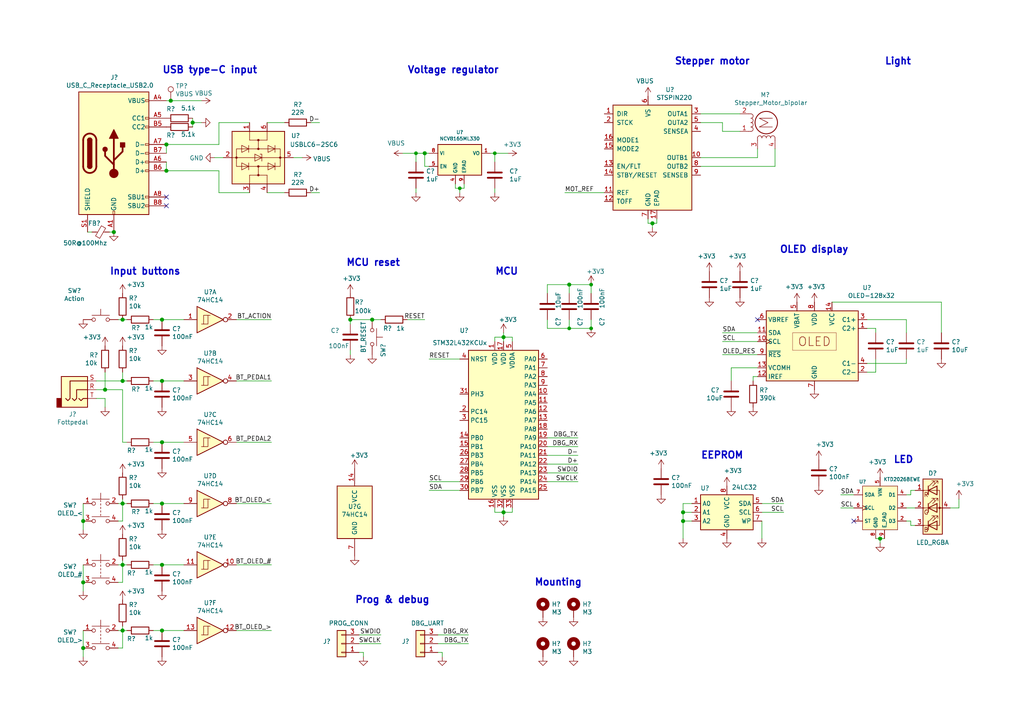
<source format=kicad_sch>
(kicad_sch (version 20201015) (generator eeschema)
  (paper "A4")
  (junction (at 24.13 151.13) (diameter 1.016))
  (junction (at 24.13 168.91) (diameter 1.016))
  (junction (at 24.13 187.96) (diameter 1.016))
  (junction (at 30.48 113.03) (diameter 1.016))
  (junction (at 33.02 67.31) (diameter 1.016))
  (junction (at 35.56 92.71) (diameter 1.016))
  (junction (at 35.56 110.49) (diameter 1.016))
  (junction (at 35.56 146.05) (diameter 1.016))
  (junction (at 35.56 163.83) (diameter 1.016))
  (junction (at 35.56 182.88) (diameter 1.016))
  (junction (at 46.99 92.71) (diameter 1.016))
  (junction (at 46.99 110.49) (diameter 1.016))
  (junction (at 46.99 128.27) (diameter 1.016))
  (junction (at 46.99 146.05) (diameter 1.016))
  (junction (at 46.99 163.83) (diameter 1.016))
  (junction (at 46.99 182.88) (diameter 1.016))
  (junction (at 48.26 41.91) (diameter 1.016))
  (junction (at 48.26 49.53) (diameter 1.016))
  (junction (at 49.53 29.21) (diameter 1.016))
  (junction (at 55.88 35.56) (diameter 1.016))
  (junction (at 101.6 92.71) (diameter 1.016))
  (junction (at 107.95 92.71) (diameter 1.016))
  (junction (at 120.65 44.45) (diameter 0.9144))
  (junction (at 123.19 44.45) (diameter 1.016))
  (junction (at 133.35 54.61) (diameter 0.9144))
  (junction (at 143.51 44.45) (diameter 0.9144))
  (junction (at 146.05 97.79) (diameter 1.016))
  (junction (at 146.05 148.59) (diameter 1.016))
  (junction (at 165.1 82.55) (diameter 1.016))
  (junction (at 165.1 95.25) (diameter 0.9144))
  (junction (at 171.45 82.55) (diameter 0.9144))
  (junction (at 171.45 95.25) (diameter 0.9144))
  (junction (at 189.23 64.77) (diameter 1.016))
  (junction (at 198.12 148.59) (diameter 1.016))
  (junction (at 198.12 151.13) (diameter 1.016))
  (junction (at 255.27 156.21) (diameter 1.016))
  (no_connect (at 48.26 57.15))
  (no_connect (at 48.26 59.69))
  (no_connect (at 219.71 92.71))
  (no_connect (at 247.65 151.13))
  (wire (pts (xy 24.13 146.05) (xy 24.13 151.13)))
  (wire (pts (xy 24.13 151.13) (xy 24.13 153.67)))
  (wire (pts (xy 24.13 163.83) (xy 24.13 168.91)))
  (wire (pts (xy 24.13 168.91) (xy 24.13 171.45)))
  (wire (pts (xy 24.13 182.88) (xy 24.13 187.96)))
  (wire (pts (xy 24.13 187.96) (xy 24.13 190.5)))
  (wire (pts (xy 25.4 67.31) (xy 26.67 67.31)))
  (wire (pts (xy 27.94 110.49) (xy 35.56 110.49)))
  (wire (pts (xy 27.94 113.03) (xy 30.48 113.03)))
  (wire (pts (xy 27.94 115.57) (xy 30.48 115.57)))
  (wire (pts (xy 30.48 107.95) (xy 30.48 113.03)))
  (wire (pts (xy 30.48 113.03) (xy 35.56 113.03)))
  (wire (pts (xy 30.48 115.57) (xy 30.48 118.11)))
  (wire (pts (xy 31.75 67.31) (xy 33.02 67.31)))
  (wire (pts (xy 34.29 92.71) (xy 35.56 92.71)))
  (wire (pts (xy 34.29 146.05) (xy 35.56 146.05)))
  (wire (pts (xy 34.29 151.13) (xy 35.56 151.13)))
  (wire (pts (xy 34.29 163.83) (xy 35.56 163.83)))
  (wire (pts (xy 34.29 168.91) (xy 35.56 168.91)))
  (wire (pts (xy 34.29 182.88) (xy 35.56 182.88)))
  (wire (pts (xy 34.29 187.96) (xy 35.56 187.96)))
  (wire (pts (xy 35.56 92.71) (xy 36.83 92.71)))
  (wire (pts (xy 35.56 107.95) (xy 35.56 110.49)))
  (wire (pts (xy 35.56 110.49) (xy 36.83 110.49)))
  (wire (pts (xy 35.56 113.03) (xy 35.56 128.27)))
  (wire (pts (xy 35.56 128.27) (xy 36.83 128.27)))
  (wire (pts (xy 35.56 144.78) (xy 35.56 146.05)))
  (wire (pts (xy 35.56 146.05) (xy 35.56 151.13)))
  (wire (pts (xy 35.56 146.05) (xy 36.83 146.05)))
  (wire (pts (xy 35.56 162.56) (xy 35.56 163.83)))
  (wire (pts (xy 35.56 163.83) (xy 36.83 163.83)))
  (wire (pts (xy 35.56 168.91) (xy 35.56 163.83)))
  (wire (pts (xy 35.56 181.61) (xy 35.56 182.88)))
  (wire (pts (xy 35.56 182.88) (xy 35.56 187.96)))
  (wire (pts (xy 35.56 182.88) (xy 36.83 182.88)))
  (wire (pts (xy 44.45 92.71) (xy 46.99 92.71)))
  (wire (pts (xy 44.45 110.49) (xy 46.99 110.49)))
  (wire (pts (xy 44.45 128.27) (xy 46.99 128.27)))
  (wire (pts (xy 44.45 146.05) (xy 46.99 146.05)))
  (wire (pts (xy 44.45 163.83) (xy 46.99 163.83)))
  (wire (pts (xy 44.45 182.88) (xy 46.99 182.88)))
  (wire (pts (xy 46.99 92.71) (xy 53.34 92.71)))
  (wire (pts (xy 46.99 110.49) (xy 53.34 110.49)))
  (wire (pts (xy 46.99 128.27) (xy 53.34 128.27)))
  (wire (pts (xy 46.99 146.05) (xy 53.34 146.05)))
  (wire (pts (xy 46.99 163.83) (xy 53.34 163.83)))
  (wire (pts (xy 46.99 182.88) (xy 53.34 182.88)))
  (wire (pts (xy 48.26 29.21) (xy 49.53 29.21)))
  (wire (pts (xy 48.26 41.91) (xy 48.26 44.45)))
  (wire (pts (xy 48.26 41.91) (xy 63.5 41.91)))
  (wire (pts (xy 48.26 46.99) (xy 48.26 49.53)))
  (wire (pts (xy 48.26 49.53) (xy 63.5 49.53)))
  (wire (pts (xy 49.53 29.21) (xy 58.42 29.21)))
  (wire (pts (xy 55.88 34.29) (xy 55.88 35.56)))
  (wire (pts (xy 55.88 35.56) (xy 55.88 36.83)))
  (wire (pts (xy 55.88 35.56) (xy 58.42 35.56)))
  (wire (pts (xy 62.23 45.72) (xy 64.77 45.72)))
  (wire (pts (xy 63.5 35.56) (xy 63.5 41.91)))
  (wire (pts (xy 63.5 49.53) (xy 63.5 55.88)))
  (wire (pts (xy 63.5 55.88) (xy 72.39 55.88)))
  (wire (pts (xy 68.58 92.71) (xy 78.74 92.71)))
  (wire (pts (xy 68.58 110.49) (xy 78.74 110.49)))
  (wire (pts (xy 68.58 128.27) (xy 78.74 128.27)))
  (wire (pts (xy 68.58 146.05) (xy 78.74 146.05)))
  (wire (pts (xy 68.58 163.83) (xy 78.74 163.83)))
  (wire (pts (xy 68.58 182.88) (xy 78.74 182.88)))
  (wire (pts (xy 72.39 35.56) (xy 63.5 35.56)))
  (wire (pts (xy 77.47 35.56) (xy 82.55 35.56)))
  (wire (pts (xy 77.47 55.88) (xy 82.55 55.88)))
  (wire (pts (xy 85.09 45.72) (xy 87.63 45.72)))
  (wire (pts (xy 90.17 35.56) (xy 92.71 35.56)))
  (wire (pts (xy 90.17 55.88) (xy 92.71 55.88)))
  (wire (pts (xy 101.6 92.71) (xy 101.6 93.98)))
  (wire (pts (xy 101.6 92.71) (xy 107.95 92.71)))
  (wire (pts (xy 101.6 101.6) (xy 101.6 102.87)))
  (wire (pts (xy 104.14 184.15) (xy 110.49 184.15)))
  (wire (pts (xy 104.14 186.69) (xy 110.49 186.69)))
  (wire (pts (xy 104.14 189.23) (xy 105.41 189.23)))
  (wire (pts (xy 105.41 189.23) (xy 105.41 190.5)))
  (wire (pts (xy 107.95 92.71) (xy 110.49 92.71)))
  (wire (pts (xy 116.84 44.45) (xy 120.65 44.45)))
  (wire (pts (xy 118.11 92.71) (xy 123.19 92.71)))
  (wire (pts (xy 120.65 44.45) (xy 120.65 46.99)))
  (wire (pts (xy 120.65 44.45) (xy 123.19 44.45)))
  (wire (pts (xy 120.65 54.61) (xy 120.65 55.88)))
  (wire (pts (xy 123.19 44.45) (xy 123.19 48.26)))
  (wire (pts (xy 123.19 44.45) (xy 124.46 44.45)))
  (wire (pts (xy 124.46 48.26) (xy 123.19 48.26)))
  (wire (pts (xy 124.46 104.14) (xy 133.35 104.14)))
  (wire (pts (xy 124.46 139.7) (xy 133.35 139.7)))
  (wire (pts (xy 124.46 142.24) (xy 133.35 142.24)))
  (wire (pts (xy 127 184.15) (xy 135.89 184.15)))
  (wire (pts (xy 127 186.69) (xy 135.89 186.69)))
  (wire (pts (xy 127 189.23) (xy 128.27 189.23)))
  (wire (pts (xy 128.27 189.23) (xy 128.27 190.5)))
  (wire (pts (xy 132.08 53.34) (xy 132.08 54.61)))
  (wire (pts (xy 132.08 54.61) (xy 133.35 54.61)))
  (wire (pts (xy 133.35 54.61) (xy 133.35 55.88)))
  (wire (pts (xy 133.35 54.61) (xy 134.62 54.61)))
  (wire (pts (xy 134.62 54.61) (xy 134.62 53.34)))
  (wire (pts (xy 142.24 44.45) (xy 143.51 44.45)))
  (wire (pts (xy 143.51 44.45) (xy 143.51 46.99)))
  (wire (pts (xy 143.51 44.45) (xy 147.32 44.45)))
  (wire (pts (xy 143.51 54.61) (xy 143.51 55.88)))
  (wire (pts (xy 143.51 97.79) (xy 146.05 97.79)))
  (wire (pts (xy 143.51 99.06) (xy 143.51 97.79)))
  (wire (pts (xy 143.51 147.32) (xy 143.51 148.59)))
  (wire (pts (xy 143.51 148.59) (xy 146.05 148.59)))
  (wire (pts (xy 146.05 96.52) (xy 146.05 97.79)))
  (wire (pts (xy 146.05 97.79) (xy 146.05 99.06)))
  (wire (pts (xy 146.05 97.79) (xy 148.59 97.79)))
  (wire (pts (xy 146.05 147.32) (xy 146.05 148.59)))
  (wire (pts (xy 146.05 148.59) (xy 146.05 149.86)))
  (wire (pts (xy 148.59 97.79) (xy 148.59 99.06)))
  (wire (pts (xy 148.59 147.32) (xy 148.59 148.59)))
  (wire (pts (xy 148.59 148.59) (xy 146.05 148.59)))
  (wire (pts (xy 158.75 82.55) (xy 158.75 85.09)))
  (wire (pts (xy 158.75 92.71) (xy 158.75 95.25)))
  (wire (pts (xy 158.75 127) (xy 167.64 127)))
  (wire (pts (xy 158.75 129.54) (xy 167.64 129.54)))
  (wire (pts (xy 158.75 132.08) (xy 167.64 132.08)))
  (wire (pts (xy 158.75 134.62) (xy 167.64 134.62)))
  (wire (pts (xy 158.75 137.16) (xy 167.64 137.16)))
  (wire (pts (xy 158.75 139.7) (xy 167.64 139.7)))
  (wire (pts (xy 163.83 55.88) (xy 175.26 55.88)))
  (wire (pts (xy 165.1 82.55) (xy 158.75 82.55)))
  (wire (pts (xy 165.1 82.55) (xy 165.1 85.09)))
  (wire (pts (xy 165.1 82.55) (xy 171.45 82.55)))
  (wire (pts (xy 165.1 92.71) (xy 165.1 95.25)))
  (wire (pts (xy 165.1 95.25) (xy 158.75 95.25)))
  (wire (pts (xy 165.1 95.25) (xy 171.45 95.25)))
  (wire (pts (xy 171.45 82.55) (xy 171.45 85.09)))
  (wire (pts (xy 171.45 92.71) (xy 171.45 95.25)))
  (wire (pts (xy 187.96 63.5) (xy 187.96 64.77)))
  (wire (pts (xy 187.96 64.77) (xy 189.23 64.77)))
  (wire (pts (xy 189.23 64.77) (xy 189.23 66.04)))
  (wire (pts (xy 190.5 63.5) (xy 190.5 64.77)))
  (wire (pts (xy 190.5 64.77) (xy 189.23 64.77)))
  (wire (pts (xy 198.12 146.05) (xy 198.12 148.59)))
  (wire (pts (xy 198.12 148.59) (xy 198.12 151.13)))
  (wire (pts (xy 198.12 148.59) (xy 200.66 148.59)))
  (wire (pts (xy 198.12 151.13) (xy 198.12 156.21)))
  (wire (pts (xy 198.12 151.13) (xy 200.66 151.13)))
  (wire (pts (xy 200.66 146.05) (xy 198.12 146.05)))
  (wire (pts (xy 203.2 33.02) (xy 214.63 33.02)))
  (wire (pts (xy 203.2 35.56) (xy 209.55 35.56)))
  (wire (pts (xy 203.2 45.72) (xy 219.71 45.72)))
  (wire (pts (xy 203.2 48.26) (xy 224.79 48.26)))
  (wire (pts (xy 209.55 35.56) (xy 209.55 38.1)))
  (wire (pts (xy 209.55 38.1) (xy 214.63 38.1)))
  (wire (pts (xy 209.55 96.52) (xy 219.71 96.52)))
  (wire (pts (xy 209.55 99.06) (xy 219.71 99.06)))
  (wire (pts (xy 209.55 102.87) (xy 219.71 102.87)))
  (wire (pts (xy 212.09 106.68) (xy 212.09 110.49)))
  (wire (pts (xy 218.44 109.22) (xy 218.44 110.49)))
  (wire (pts (xy 219.71 45.72) (xy 219.71 43.18)))
  (wire (pts (xy 219.71 106.68) (xy 212.09 106.68)))
  (wire (pts (xy 219.71 109.22) (xy 218.44 109.22)))
  (wire (pts (xy 220.98 146.05) (xy 227.33 146.05)))
  (wire (pts (xy 220.98 148.59) (xy 227.33 148.59)))
  (wire (pts (xy 220.98 151.13) (xy 220.98 156.21)))
  (wire (pts (xy 224.79 48.26) (xy 224.79 43.18)))
  (wire (pts (xy 241.3 87.63) (xy 273.05 87.63)))
  (wire (pts (xy 243.84 143.51) (xy 247.65 143.51)))
  (wire (pts (xy 243.84 147.32) (xy 247.65 147.32)))
  (wire (pts (xy 251.46 92.71) (xy 262.89 92.71)))
  (wire (pts (xy 251.46 95.25) (xy 254 95.25)))
  (wire (pts (xy 251.46 105.41) (xy 262.89 105.41)))
  (wire (pts (xy 254 95.25) (xy 254 96.52)))
  (wire (pts (xy 254 104.14) (xy 254 107.95)))
  (wire (pts (xy 254 107.95) (xy 251.46 107.95)))
  (wire (pts (xy 254 156.21) (xy 255.27 156.21)))
  (wire (pts (xy 255.27 156.21) (xy 255.27 157.48)))
  (wire (pts (xy 255.27 156.21) (xy 256.54 156.21)))
  (wire (pts (xy 262.89 92.71) (xy 262.89 96.52)))
  (wire (pts (xy 262.89 105.41) (xy 262.89 104.14)))
  (wire (pts (xy 262.89 143.51) (xy 264.16 143.51)))
  (wire (pts (xy 262.89 147.32) (xy 265.43 147.32)))
  (wire (pts (xy 262.89 151.13) (xy 264.16 151.13)))
  (wire (pts (xy 264.16 142.24) (xy 264.16 143.51)))
  (wire (pts (xy 264.16 151.13) (xy 264.16 152.4)))
  (wire (pts (xy 264.16 152.4) (xy 265.43 152.4)))
  (wire (pts (xy 265.43 142.24) (xy 264.16 142.24)))
  (wire (pts (xy 273.05 87.63) (xy 273.05 96.52)))
  (wire (pts (xy 275.59 147.32) (xy 278.13 147.32)))
  (wire (pts (xy 278.13 144.78) (xy 278.13 147.32)))
  (text "Input buttons" (at 31.75 80.01 0) (effects (font (size 2 2) (thickness 0.4) bold) (justify left bottom)))
  (text "USB type-C input\n" (at 46.99 21.59 0) (effects (font (size 2 2) (thickness 0.4) bold) (justify left bottom)))
  (text "MCU reset" (at 100.33 77.47 0) (effects (font (size 2 2) (thickness 0.4) bold) (justify left bottom)))
  (text "Prog & debug" (at 102.87 175.26 0) (effects (font (size 2 2) (thickness 0.4) bold) (justify left bottom)))
  (text "Voltage regulator" (at 118.11 21.59 0) (effects (font (size 2 2) (thickness 0.4) bold) (justify left bottom)))
  (text "MCU" (at 143.51 80.01 0) (effects (font (size 2 2) (thickness 0.4) bold) (justify left bottom)))
  (text "Mounting" (at 154.94 170.18 0) (effects (font (size 2 2) (thickness 0.4) bold) (justify left bottom)))
  (text "Stepper motor" (at 195.58 19.05 0) (effects (font (size 2 2) (thickness 0.4) bold) (justify left bottom)))
  (text "EEPROM" (at 203.2 133.35 0) (effects (font (size 2 2) (thickness 0.4) bold) (justify left bottom)))
  (text "OLED display" (at 226.06 73.66 0) (effects (font (size 2 2) (thickness 0.4) bold) (justify left bottom)))
  (text "Light" (at 256.54 19.05 0) (effects (font (size 2 2) (thickness 0.4) bold) (justify left bottom)))
  (text "LED" (at 259.08 134.62 0) (effects (font (size 2 2) (thickness 0.4) bold) (justify left bottom)))
  (label "BT_ACTION" (at 78.74 92.71 180))
  (label "BT_PEDAL1" (at 78.74 110.49 180))
  (label "BT_PEDAL2" (at 78.74 128.27 180))
  (label "BT_OLED_<" (at 78.74 146.05 180))
  (label "BT_OLED_#" (at 78.74 163.83 180))
  (label "BT_OLED_>" (at 78.74 182.88 180))
  (label "D-" (at 92.71 35.56 180))
  (label "D+" (at 92.71 55.88 180))
  (label "SWDIO" (at 110.49 184.15 180))
  (label "SWCLK" (at 110.49 186.69 180))
  (label "RESET" (at 123.19 92.71 180))
  (label "RESET" (at 124.46 104.14 0))
  (label "SCL" (at 124.46 139.7 0))
  (label "SDA" (at 124.46 142.24 0))
  (label "DBG_RX" (at 135.89 184.15 180))
  (label "DBG_TX" (at 135.89 186.69 180))
  (label "MOT_REF" (at 163.83 55.88 0))
  (label "DBG_TX" (at 167.64 127 180))
  (label "DBG_RX" (at 167.64 129.54 180))
  (label "D-" (at 167.64 132.08 180))
  (label "D+" (at 167.64 134.62 180))
  (label "SWDIO" (at 167.64 137.16 180))
  (label "SWCLK" (at 167.64 139.7 180))
  (label "SDA" (at 209.55 96.52 0))
  (label "SCL" (at 209.55 99.06 0))
  (label "OLED_RES" (at 209.55 102.87 0))
  (label "SDA" (at 227.33 146.05 180))
  (label "SCL" (at 227.33 148.59 180))
  (label "SDA" (at 243.84 143.51 0))
  (label "SCL" (at 243.84 147.32 0))
  (symbol (lib_id "Connector:TestPoint") (at 49.53 29.21 0) (unit 1)
    (property "Reference" "TP?" (at 50.9271 24.9491 0) (effects (justify left)))
    (property "Value" "VBUS" (at 50.927 27.248 0) (effects (justify left)))
    (property "Footprint" "TCY_connectors:TestPoint_Pad_D0.5mm" (effects hide))
  )
  (symbol (lib_id "power:+3.3V") (at 30.48 100.33 0) (unit 1)
    (property "Reference" "#PWR?" (effects hide))
    (property "Value" "+3.3V" (at 26.67 97.79 0))
  )
  (symbol (lib_id "power:+3.3V") (at 35.56 85.09 0) (unit 1)
    (property "Reference" "#PWR?" (effects hide))
    (property "Value" "+3.3V" (at 39.37 82.55 0))
  )
  (symbol (lib_id "power:+3.3V") (at 35.56 100.33 0) (unit 1)
    (property "Reference" "#PWR?" (effects hide))
    (property "Value" "+3.3V" (at 39.37 97.79 0))
  )
  (symbol (lib_id "power:+3.3V") (at 35.56 137.16 0) (unit 1)
    (property "Reference" "#PWR?" (effects hide))
    (property "Value" "+3.3V" (at 39.37 134.62 0))
  )
  (symbol (lib_id "power:+3.3V") (at 35.56 154.94 0) (unit 1)
    (property "Reference" "#PWR?" (effects hide))
    (property "Value" "+3.3V" (at 39.37 152.4 0))
  )
  (symbol (lib_id "power:+3.3V") (at 35.56 173.99 0) (unit 1)
    (property "Reference" "#PWR?" (effects hide))
    (property "Value" "+3.3V" (at 39.37 171.45 0))
  )
  (symbol (lib_id "power:VBUS") (at 58.42 29.21 270) (unit 1)
    (property "Reference" "#PWR?" (effects hide))
    (property "Value" "VBUS" (at 56.5151 27.0383 90) (effects (justify left)))
  )
  (symbol (lib_id "power:VBUS") (at 87.63 45.72 270) (unit 1)
    (property "Reference" "#PWR?" (effects hide))
    (property "Value" "VBUS" (at 90.8051 46.0883 90) (effects (justify left)))
  )
  (symbol (lib_id "power:+3V3") (at 101.6 85.09 0) (unit 1)
    (property "Reference" "#PWR?" (effects hide))
    (property "Value" "+3V3" (at 101.9683 80.7656 0))
  )
  (symbol (lib_id "power:+3.3V") (at 102.87 135.89 0) (unit 1)
    (property "Reference" "#PWR?" (effects hide))
    (property "Value" "+3.3V" (at 104.14 132.08 0))
  )
  (symbol (lib_id "power:VBUS") (at 116.84 44.45 90) (unit 1)
    (property "Reference" "#PWR?" (effects hide))
    (property "Value" "VBUS" (at 117.4749 41.5417 90) (effects (justify left)))
  )
  (symbol (lib_id "power:+3.3V") (at 146.05 96.52 0) (unit 1)
    (property "Reference" "#PWR?" (effects hide))
    (property "Value" "+3.3V" (at 147.32 92.71 0))
  )
  (symbol (lib_id "power:+3.3V") (at 147.32 44.45 270) (unit 1)
    (property "Reference" "#PWR?" (effects hide))
    (property "Value" "+3.3V" (at 148.59 41.91 90))
  )
  (symbol (lib_id "power:+3.3V") (at 171.45 82.55 0) (unit 1)
    (property "Reference" "#PWR?" (effects hide))
    (property "Value" "+3.3V" (at 172.72 78.74 0))
  )
  (symbol (lib_id "power:VBUS") (at 187.96 27.94 0) (unit 1)
    (property "Reference" "#PWR?" (effects hide))
    (property "Value" "VBUS" (at 184.5183 23.4949 0) (effects (justify left)))
  )
  (symbol (lib_id "power:+3V3") (at 191.77 135.89 0) (unit 1)
    (property "Reference" "#PWR?" (effects hide))
    (property "Value" "+3V3" (at 188.3283 131.4449 0) (effects (justify left)))
  )
  (symbol (lib_id "power:+3V3") (at 205.74 78.74 0) (unit 1)
    (property "Reference" "#PWR?" (effects hide))
    (property "Value" "+3V3" (at 202.2983 74.2949 0) (effects (justify left)))
  )
  (symbol (lib_id "power:+3V3") (at 210.82 140.97 0) (unit 1)
    (property "Reference" "#PWR?" (effects hide))
    (property "Value" "+3V3" (at 209.9183 136.5249 0) (effects (justify left)))
  )
  (symbol (lib_id "power:+3V3") (at 214.63 78.74 0) (unit 1)
    (property "Reference" "#PWR?" (effects hide))
    (property "Value" "+3V3" (at 211.1883 74.2949 0) (effects (justify left)))
  )
  (symbol (lib_id "power:+3V3") (at 231.14 87.63 0) (unit 1)
    (property "Reference" "#PWR?" (effects hide))
    (property "Value" "+3V3" (at 227.6983 83.1849 0) (effects (justify left)))
  )
  (symbol (lib_id "power:+3V3") (at 236.22 87.63 0) (unit 1)
    (property "Reference" "#PWR?" (effects hide))
    (property "Value" "+3V3" (at 234.0483 83.1849 0) (effects (justify left)))
  )
  (symbol (lib_id "power:+3V3") (at 237.49 133.35 0) (unit 1)
    (property "Reference" "#PWR?" (effects hide))
    (property "Value" "+3V3" (at 236.5883 128.9049 0) (effects (justify left)))
  )
  (symbol (lib_id "power:+3V3") (at 255.27 138.43 0) (unit 1)
    (property "Reference" "#PWR?" (effects hide))
    (property "Value" "+3V3" (at 251.8283 133.9849 0) (effects (justify left)))
  )
  (symbol (lib_id "power:+3V3") (at 278.13 144.78 0) (unit 1)
    (property "Reference" "#PWR?" (effects hide))
    (property "Value" "+3V3" (at 277.2283 140.3349 0) (effects (justify left)))
  )
  (symbol (lib_id "power:GND") (at 24.13 92.71 0) (unit 1)
    (property "Reference" "#PWR?" (effects hide))
    (property "Value" "GND" (effects hide))
  )
  (symbol (lib_id "power:GND") (at 24.13 153.67 0) (unit 1)
    (property "Reference" "#PWR?" (effects hide))
    (property "Value" "GND" (effects hide))
  )
  (symbol (lib_id "power:GND") (at 24.13 171.45 0) (unit 1)
    (property "Reference" "#PWR?" (effects hide))
    (property "Value" "GND" (effects hide))
  )
  (symbol (lib_id "power:GND") (at 24.13 190.5 0) (unit 1)
    (property "Reference" "#PWR?" (effects hide))
    (property "Value" "GND" (effects hide))
  )
  (symbol (lib_id "power:GND") (at 30.48 118.11 0) (unit 1)
    (property "Reference" "#PWR?" (effects hide))
    (property "Value" "GND" (effects hide))
  )
  (symbol (lib_id "power:GND") (at 33.02 67.31 0) (unit 1)
    (property "Reference" "#PWR?" (effects hide))
    (property "Value" "GND" (effects hide))
  )
  (symbol (lib_id "power:GND") (at 46.99 100.33 0) (unit 1)
    (property "Reference" "#PWR?" (effects hide))
    (property "Value" "GND" (effects hide))
  )
  (symbol (lib_id "power:GND") (at 46.99 118.11 0) (unit 1)
    (property "Reference" "#PWR?" (effects hide))
    (property "Value" "GND" (effects hide))
  )
  (symbol (lib_id "power:GND") (at 46.99 135.89 0) (unit 1)
    (property "Reference" "#PWR?" (effects hide))
    (property "Value" "GND" (effects hide))
  )
  (symbol (lib_id "power:GND") (at 46.99 153.67 0) (unit 1)
    (property "Reference" "#PWR?" (effects hide))
    (property "Value" "GND" (effects hide))
  )
  (symbol (lib_id "power:GND") (at 46.99 171.45 0) (unit 1)
    (property "Reference" "#PWR?" (effects hide))
    (property "Value" "GND" (effects hide))
  )
  (symbol (lib_id "power:GND") (at 46.99 190.5 0) (unit 1)
    (property "Reference" "#PWR?" (effects hide))
    (property "Value" "GND" (effects hide))
  )
  (symbol (lib_id "power:GND") (at 58.42 35.56 90) (unit 1)
    (property "Reference" "#PWR?" (effects hide))
    (property "Value" "GND" (effects hide))
  )
  (symbol (lib_id "power:GND") (at 62.23 45.72 270) (unit 1)
    (property "Reference" "#PWR?" (effects hide))
    (property "Value" "GND" (at 59.055 45.8343 90) (effects (justify right)))
  )
  (symbol (lib_id "power:GND") (at 101.6 102.87 0) (unit 1)
    (property "Reference" "#PWR?" (effects hide))
    (property "Value" "GND" (effects hide))
  )
  (symbol (lib_id "power:GND") (at 102.87 161.29 0) (unit 1)
    (property "Reference" "#PWR?" (effects hide))
    (property "Value" "GND" (effects hide))
  )
  (symbol (lib_id "power:GND") (at 105.41 190.5 0) (unit 1)
    (property "Reference" "#PWR?" (effects hide))
    (property "Value" "GND" (effects hide))
  )
  (symbol (lib_id "power:GND") (at 107.95 102.87 0) (unit 1)
    (property "Reference" "#PWR?" (effects hide))
    (property "Value" "GND" (effects hide))
  )
  (symbol (lib_id "power:GND") (at 120.65 55.88 0) (unit 1)
    (property "Reference" "#PWR?" (effects hide))
    (property "Value" "GND" (effects hide))
  )
  (symbol (lib_id "power:GND") (at 128.27 190.5 0) (unit 1)
    (property "Reference" "#PWR?" (effects hide))
    (property "Value" "GND" (effects hide))
  )
  (symbol (lib_id "power:GND") (at 133.35 55.88 0) (unit 1)
    (property "Reference" "#PWR?" (effects hide))
    (property "Value" "GND" (effects hide))
  )
  (symbol (lib_id "power:GND") (at 143.51 55.88 0) (unit 1)
    (property "Reference" "#PWR?" (effects hide))
    (property "Value" "GND" (effects hide))
  )
  (symbol (lib_id "power:GND") (at 146.05 149.86 0) (unit 1)
    (property "Reference" "#PWR?" (effects hide))
    (property "Value" "GND" (effects hide))
  )
  (symbol (lib_id "power:GND") (at 157.48 179.07 0) (unit 1)
    (property "Reference" "#PWR?" (effects hide))
    (property "Value" "GND" (effects hide))
  )
  (symbol (lib_id "power:GND") (at 157.48 190.5 0) (unit 1)
    (property "Reference" "#PWR?" (effects hide))
    (property "Value" "GND" (effects hide))
  )
  (symbol (lib_id "power:GND") (at 166.37 179.07 0) (unit 1)
    (property "Reference" "#PWR?" (effects hide))
    (property "Value" "GND" (effects hide))
  )
  (symbol (lib_id "power:GND") (at 166.37 190.5 0) (unit 1)
    (property "Reference" "#PWR?" (effects hide))
    (property "Value" "GND" (effects hide))
  )
  (symbol (lib_id "power:GND") (at 171.45 95.25 0) (unit 1)
    (property "Reference" "#PWR?" (effects hide))
    (property "Value" "GND" (effects hide))
  )
  (symbol (lib_id "power:GND") (at 189.23 66.04 0) (unit 1)
    (property "Reference" "#PWR?" (effects hide))
    (property "Value" "GND" (effects hide))
  )
  (symbol (lib_id "power:GND") (at 191.77 143.51 0) (unit 1)
    (property "Reference" "#PWR?" (effects hide))
    (property "Value" "GND" (effects hide))
  )
  (symbol (lib_id "power:GND") (at 198.12 156.21 0) (unit 1)
    (property "Reference" "#PWR?" (effects hide))
    (property "Value" "GND" (effects hide))
  )
  (symbol (lib_id "power:GND") (at 205.74 86.36 0) (unit 1)
    (property "Reference" "#PWR?" (effects hide))
    (property "Value" "GND" (effects hide))
  )
  (symbol (lib_id "power:GND") (at 210.82 156.21 0) (unit 1)
    (property "Reference" "#PWR?" (effects hide))
    (property "Value" "GND" (effects hide))
  )
  (symbol (lib_id "power:GND") (at 212.09 118.11 0) (unit 1)
    (property "Reference" "#PWR?" (effects hide))
    (property "Value" "GND" (effects hide))
  )
  (symbol (lib_id "power:GND") (at 214.63 86.36 0) (unit 1)
    (property "Reference" "#PWR?" (effects hide))
    (property "Value" "GND" (effects hide))
  )
  (symbol (lib_id "power:GND") (at 218.44 118.11 0) (unit 1)
    (property "Reference" "#PWR?" (effects hide))
    (property "Value" "GND" (effects hide))
  )
  (symbol (lib_id "power:GND") (at 220.98 156.21 0) (unit 1)
    (property "Reference" "#PWR?" (effects hide))
    (property "Value" "GND" (effects hide))
  )
  (symbol (lib_id "power:GND") (at 236.22 113.03 0) (unit 1)
    (property "Reference" "#PWR?" (effects hide))
    (property "Value" "GND" (effects hide))
  )
  (symbol (lib_id "power:GND") (at 237.49 140.97 0) (unit 1)
    (property "Reference" "#PWR?" (effects hide))
    (property "Value" "GND" (effects hide))
  )
  (symbol (lib_id "power:GND") (at 255.27 157.48 0) (unit 1)
    (property "Reference" "#PWR?" (effects hide))
    (property "Value" "GND" (effects hide))
  )
  (symbol (lib_id "power:GND") (at 273.05 104.14 0) (unit 1)
    (property "Reference" "#PWR?" (effects hide))
    (property "Value" "GND" (effects hide))
  )
  (symbol (lib_id "Device:R") (at 30.48 104.14 0) (unit 1)
    (property "Reference" "R?" (at 25.9081 102.9906 0) (effects (justify left)))
    (property "Value" "10k" (at 24.638 105.289 0) (effects (justify left)))
  )
  (symbol (lib_id "Device:R") (at 35.56 88.9 0) (unit 1)
    (property "Reference" "R?" (at 37.3381 86.4806 0) (effects (justify left)))
    (property "Value" "10k" (at 37.338 88.779 0) (effects (justify left)))
  )
  (symbol (lib_id "Device:R") (at 35.56 104.14 0) (unit 1)
    (property "Reference" "R?" (at 37.3381 101.7206 0) (effects (justify left)))
    (property "Value" "10k" (at 37.338 104.019 0) (effects (justify left)))
  )
  (symbol (lib_id "Device:R") (at 35.56 140.97 0) (unit 1)
    (property "Reference" "R?" (at 37.3381 138.5506 0) (effects (justify left)))
    (property "Value" "10k" (at 37.338 140.849 0) (effects (justify left)))
  )
  (symbol (lib_id "Device:R") (at 35.56 158.75 0) (unit 1)
    (property "Reference" "R?" (at 37.3381 156.3306 0) (effects (justify left)))
    (property "Value" "10k" (at 37.338 158.629 0) (effects (justify left)))
  )
  (symbol (lib_id "Device:R") (at 35.56 177.8 0) (unit 1)
    (property "Reference" "R?" (at 37.3381 175.3806 0) (effects (justify left)))
    (property "Value" "10k" (at 37.338 177.679 0) (effects (justify left)))
  )
  (symbol (lib_id "Device:R") (at 40.64 92.71 90) (unit 1)
    (property "Reference" "R?" (at 39.37 95.1038 90))
    (property "Value" "1k" (at 43.18 94.863 90))
    (property "Footprint" "TCY_passives:R_0603_1608Metric" (effects hide))
  )
  (symbol (lib_id "Device:R") (at 40.64 110.49 90) (unit 1)
    (property "Reference" "R?" (at 39.37 112.8838 90))
    (property "Value" "1k" (at 43.18 112.643 90))
    (property "Footprint" "TCY_passives:R_0603_1608Metric" (effects hide))
  )
  (symbol (lib_id "Device:R") (at 40.64 128.27 90) (unit 1)
    (property "Reference" "R?" (at 38.1 130.6638 90))
    (property "Value" "1k" (at 43.18 130.423 90))
    (property "Footprint" "TCY_passives:R_0603_1608Metric" (effects hide))
  )
  (symbol (lib_id "Device:R") (at 40.64 146.05 90) (unit 1)
    (property "Reference" "R?" (at 39.37 148.4438 90))
    (property "Value" "1k" (at 43.18 148.203 90))
    (property "Footprint" "TCY_passives:R_0603_1608Metric" (effects hide))
  )
  (symbol (lib_id "Device:R") (at 40.64 163.83 90) (unit 1)
    (property "Reference" "R?" (at 38.1 166.2238 90))
    (property "Value" "1k" (at 43.18 165.983 90))
    (property "Footprint" "TCY_passives:R_0603_1608Metric" (effects hide))
  )
  (symbol (lib_id "Device:R") (at 40.64 182.88 90) (unit 1)
    (property "Reference" "R?" (at 38.1 185.2738 90))
    (property "Value" "1k" (at 43.18 185.033 90))
    (property "Footprint" "TCY_passives:R_0603_1608Metric" (effects hide))
  )
  (symbol (lib_id "Device:R") (at 52.07 34.29 90) (unit 1)
    (property "Reference" "R?" (at 49.53 31.6038 90))
    (property "Value" "5.1k" (at 54.61 31.3625 90))
    (property "Footprint" "Resistor_SMD:R_0603_1608Metric" (effects hide))
  )
  (symbol (lib_id "Device:R") (at 52.07 36.83 90) (unit 1)
    (property "Reference" "R?" (at 49.53 39.2238 90))
    (property "Value" "5.1k" (at 54.61 38.9825 90))
    (property "Footprint" "Resistor_SMD:R_0603_1608Metric" (effects hide))
  )
  (symbol (lib_id "Device:R") (at 86.36 35.56 90) (unit 1)
    (property "Reference" "R?" (at 86.36 30.3338 90))
    (property "Value" "22R" (at 86.36 32.632 90))
    (property "Footprint" "Resistor_SMD:R_0603_1608Metric" (effects hide))
  )
  (symbol (lib_id "Device:R") (at 86.36 55.88 90) (unit 1)
    (property "Reference" "R?" (at 86.36 50.6538 90))
    (property "Value" "22R" (at 86.36 52.952 90))
    (property "Footprint" "Resistor_SMD:R_0603_1608Metric" (effects hide))
  )
  (symbol (lib_id "Device:R") (at 101.6 88.9 0) (unit 1)
    (property "Reference" "R?" (at 102.87 87.63 0) (effects (justify left)))
    (property "Value" "100k" (at 102.87 90.17 0) (effects (justify left)))
    (property "Footprint" "Resistor_SMD:R_0603_1608Metric" (effects hide))
  )
  (symbol (lib_id "Device:R") (at 114.3 92.71 270) (unit 1)
    (property "Reference" "R?" (at 111.125 95.25 90) (effects (justify left)))
    (property "Value" "1k" (at 114.935 95.25 90) (effects (justify left)))
    (property "Footprint" "Resistor_SMD:R_0603_1608Metric" (effects hide))
  )
  (symbol (lib_id "Device:R") (at 218.44 114.3 0) (unit 1)
    (property "Reference" "R?" (at 220.2181 113.1506 0) (effects (justify left)))
    (property "Value" "390k" (at 220.218 115.443 0) (effects (justify left)))
  )
  (symbol (lib_id "Device:FerriteBead_Small") (at 29.21 67.31 90) (unit 1)
    (property "Reference" "FB?" (at 29.21 64.77 90) (effects (justify left)))
    (property "Value" "50R@100Mhz" (at 31.115 70.485 90) (effects (justify left)))
    (property "Footprint" "Inductor_SMD:L_1206_3216Metric" (effects hide))
  )
  (symbol (lib_id "Mechanical:MountingHole_Pad") (at 157.48 176.53 0) (unit 1)
    (property "Reference" "H?" (at 160.0201 175.2536 0) (effects (justify left)))
    (property "Value" "M3" (at 160.02 177.552 0) (effects (justify left)))
  )
  (symbol (lib_id "Mechanical:MountingHole_Pad") (at 157.48 187.96 0) (unit 1)
    (property "Reference" "H?" (at 160.0201 186.6836 0) (effects (justify left)))
    (property "Value" "M3" (at 160.02 188.982 0) (effects (justify left)))
  )
  (symbol (lib_id "Mechanical:MountingHole_Pad") (at 166.37 176.53 0) (unit 1)
    (property "Reference" "H?" (at 168.9101 175.2536 0) (effects (justify left)))
    (property "Value" "M3" (at 168.91 177.552 0) (effects (justify left)))
  )
  (symbol (lib_id "Mechanical:MountingHole_Pad") (at 166.37 187.96 0) (unit 1)
    (property "Reference" "H?" (at 168.9101 186.6836 0) (effects (justify left)))
    (property "Value" "M3" (at 168.91 188.982 0) (effects (justify left)))
  )
  (symbol (lib_id "Device:C") (at 46.99 96.52 0) (unit 1)
    (property "Reference" "C?" (at 49.9111 95.3706 0) (effects (justify left)))
    (property "Value" "100nF" (at 49.911 97.669 0) (effects (justify left)))
    (property "Footprint" "TCY_passives:C_0603_1608Metric" (effects hide))
  )
  (symbol (lib_id "Device:C") (at 46.99 114.3 0) (unit 1)
    (property "Reference" "C?" (at 49.9111 113.1506 0) (effects (justify left)))
    (property "Value" "100nF" (at 49.911 115.449 0) (effects (justify left)))
    (property "Footprint" "TCY_passives:C_0603_1608Metric" (effects hide))
  )
  (symbol (lib_id "Device:C") (at 46.99 132.08 0) (unit 1)
    (property "Reference" "C?" (at 49.9111 130.9306 0) (effects (justify left)))
    (property "Value" "100nF" (at 49.911 133.229 0) (effects (justify left)))
    (property "Footprint" "TCY_passives:C_0603_1608Metric" (effects hide))
  )
  (symbol (lib_id "Device:C") (at 46.99 149.86 0) (unit 1)
    (property "Reference" "C?" (at 49.9111 148.7106 0) (effects (justify left)))
    (property "Value" "100nF" (at 49.911 151.009 0) (effects (justify left)))
    (property "Footprint" "TCY_passives:C_0603_1608Metric" (effects hide))
  )
  (symbol (lib_id "Device:C") (at 46.99 167.64 0) (unit 1)
    (property "Reference" "C?" (at 49.9111 166.4906 0) (effects (justify left)))
    (property "Value" "100nF" (at 49.911 168.789 0) (effects (justify left)))
    (property "Footprint" "TCY_passives:C_0603_1608Metric" (effects hide))
  )
  (symbol (lib_id "Device:C") (at 46.99 186.69 0) (unit 1)
    (property "Reference" "C?" (at 49.9111 185.5406 0) (effects (justify left)))
    (property "Value" "100nF" (at 49.911 187.839 0) (effects (justify left)))
    (property "Footprint" "TCY_passives:C_0603_1608Metric" (effects hide))
  )
  (symbol (lib_id "Device:C") (at 101.6 97.79 0) (unit 1)
    (property "Reference" "C?" (at 95.885 95.885 0) (effects (justify left)))
    (property "Value" "100nF" (at 95.25 100.33 0) (effects (justify left)))
    (property "Footprint" "Capacitor_SMD:C_0603_1608Metric" (effects hide))
  )
  (symbol (lib_id "Device:C") (at 120.65 50.8 0) (unit 1)
    (property "Reference" "C?" (at 123.5711 49.6506 0) (effects (justify left)))
    (property "Value" "1uF" (at 123.571 51.949 0) (effects (justify left)))
    (property "Footprint" "Capacitor_SMD:C_0603_1608Metric" (effects hide))
  )
  (symbol (lib_id "Device:C") (at 143.51 50.8 0) (unit 1)
    (property "Reference" "C?" (at 147.7011 49.6506 0) (effects (justify left)))
    (property "Value" "1uF" (at 147.701 51.949 0) (effects (justify left)))
    (property "Footprint" "Capacitor_SMD:C_0603_1608Metric" (effects hide))
  )
  (symbol (lib_id "Device:C") (at 158.75 88.9 0) (unit 1)
    (property "Reference" "C?" (at 161.925 94.615 90) (effects (justify left)))
    (property "Value" "10uF" (at 161.925 89.535 90) (effects (justify left)))
    (property "Footprint" "Capacitor_SMD:C_0805_2012Metric" (effects hide))
  )
  (symbol (lib_id "Device:C") (at 165.1 88.9 0) (unit 1)
    (property "Reference" "C?" (at 168.275 94.615 90) (effects (justify left)))
    (property "Value" "100nF" (at 168.275 89.535 90) (effects (justify left)))
    (property "Footprint" "Capacitor_SMD:C_0603_1608Metric" (effects hide))
  )
  (symbol (lib_id "Device:C") (at 171.45 88.9 0) (unit 1)
    (property "Reference" "C?" (at 174.625 94.615 90) (effects (justify left)))
    (property "Value" "100nF" (at 174.625 89.535 90) (effects (justify left)))
    (property "Footprint" "Capacitor_SMD:C_0603_1608Metric" (effects hide))
  )
  (symbol (lib_id "Device:C") (at 191.77 139.7 0) (unit 1)
    (property "Reference" "C?" (at 194.6911 138.5506 0) (effects (justify left)))
    (property "Value" "100nF" (at 194.691 140.849 0) (effects (justify left)))
    (property "Footprint" "Capacitor_SMD:C_0603_1608Metric" (effects hide))
  )
  (symbol (lib_id "Device:C") (at 205.74 82.55 0) (unit 1)
    (property "Reference" "C?" (at 208.6611 81.4006 0) (effects (justify left)))
    (property "Value" "1uF" (at 208.661 83.693 0) (effects (justify left)))
  )
  (symbol (lib_id "Device:C") (at 212.09 114.3 0) (unit 1)
    (property "Reference" "C?" (at 206.1211 113.1506 0) (effects (justify left)))
    (property "Value" "10uF" (at 204.851 115.443 0) (effects (justify left)))
  )
  (symbol (lib_id "Device:C") (at 214.63 82.55 0) (unit 1)
    (property "Reference" "C?" (at 217.5511 81.4006 0) (effects (justify left)))
    (property "Value" "1uF" (at 217.551 83.693 0) (effects (justify left)))
  )
  (symbol (lib_id "Device:C") (at 237.49 137.16 0) (unit 1)
    (property "Reference" "C?" (at 240.4111 136.0106 0) (effects (justify left)))
    (property "Value" "100nF" (at 240.411 138.309 0) (effects (justify left)))
    (property "Footprint" "Capacitor_SMD:C_0603_1608Metric" (effects hide))
  )
  (symbol (lib_id "Device:C") (at 254 100.33 0) (unit 1)
    (property "Reference" "C?" (at 256.9211 99.1806 0) (effects (justify left)))
    (property "Value" "1uF" (at 256.921 101.473 0) (effects (justify left)))
  )
  (symbol (lib_id "Device:C") (at 262.89 100.33 0) (unit 1)
    (property "Reference" "C?" (at 265.8111 99.1806 0) (effects (justify left)))
    (property "Value" "1uF" (at 265.811 101.473 0) (effects (justify left)))
  )
  (symbol (lib_id "Device:C") (at 273.05 100.33 0) (unit 1)
    (property "Reference" "C?" (at 275.9711 99.1806 0) (effects (justify left)))
    (property "Value" "10uF" (at 275.971 101.473 0) (effects (justify left)))
  )
  (symbol (lib_id "Switch:SW_Push") (at 29.21 92.71 0) (unit 1)
    (property "Reference" "SW?" (at 21.59 84.3088 0))
    (property "Value" "Action" (at 21.59 86.607 0))
  )
  (symbol (lib_id "Switch:SW_Push") (at 107.95 97.79 270) (unit 1)
    (property "Reference" "SW?" (at 111.125 101.6 0))
    (property "Value" "BT_RESET" (at 105.41 97.79 0))
    (property "Footprint" "TCY_buttons_switches:KMT031NGJLHS" (effects hide))
  )
  (symbol (lib_id "Connector_Generic:Conn_01x03") (at 99.06 186.69 180) (unit 1)
    (property "Reference" "J?" (at 94.7928 186.055 0))
    (property "Value" "PROG_CONN" (at 101.143 180.746 0))
    (property "Footprint" "TCY_connectors:Amphenol_10114828-11103LF_1x03_P1.25mm_Vertical" (effects hide))
  )
  (symbol (lib_id "Connector_Generic:Conn_01x03") (at 121.92 186.69 180) (unit 1)
    (property "Reference" "J?" (at 117.6528 186.055 0))
    (property "Value" "DBG_UART" (at 124.0028 180.7464 0))
    (property "Footprint" "TCY_connectors:Amphenol_10114828-11103LF_1x03_P1.25mm_Vertical" (effects hide))
  )
  (symbol (lib_id "Switch:SW_Push_Dual") (at 29.21 146.05 0) (unit 1)
    (property "Reference" "SW?" (at 20.32 146.5388 0))
    (property "Value" "OLED_<" (at 20.32 148.837 0))
  )
  (symbol (lib_id "Switch:SW_Push_Dual") (at 29.21 163.83 0) (unit 1)
    (property "Reference" "SW?" (at 20.32 164.3188 0))
    (property "Value" "OLED_#" (at 20.32 166.617 0))
  )
  (symbol (lib_id "Switch:SW_Push_Dual") (at 29.21 182.88 0) (unit 1)
    (property "Reference" "SW?" (at 20.32 183.3688 0))
    (property "Value" "OLED_>" (at 20.32 185.668 0))
  )
  (symbol (lib_id "Connector:AudioJack3") (at 22.86 113.03 0) (unit 1)
    (property "Reference" "J?" (at 21.082 120.1482 0))
    (property "Value" "Fottpedal" (at 21.082 122.447 0))
    (property "Footprint" "Connector_Audio:Jack_3.5mm_CUI_SJ-3523-SMT_Horizontal" (effects hide))
  )
  (symbol (lib_id "74xx:74HC14") (at 60.96 92.71 0) (unit 1)
    (property "Reference" "U?" (at 60.96 84.6898 0))
    (property "Value" "74HC14" (at 60.96 86.9885 0))
    (property "Footprint" "Package_DFN_QFN:Texas_S-PVQFN-N14" (effects hide))
    (property "Datasheet" "http://www.ti.com/lit/gpn/sn74HC14" (effects hide))
  )
  (symbol (lib_id "74xx:74HC14") (at 60.96 110.49 0) (unit 2)
    (property "Reference" "U?" (at 60.96 102.4698 0))
    (property "Value" "74HC14" (at 60.96 104.7685 0))
    (property "Datasheet" "http://www.ti.com/lit/gpn/sn74HC14" (effects hide))
  )
  (symbol (lib_id "74xx:74HC14") (at 60.96 128.27 0) (unit 3)
    (property "Reference" "U?" (at 60.96 120.2498 0))
    (property "Value" "74HC14" (at 60.96 122.5485 0))
    (property "Datasheet" "http://www.ti.com/lit/gpn/sn74HC14" (effects hide))
  )
  (symbol (lib_id "74xx:74HC14") (at 60.96 146.05 0) (unit 4)
    (property "Reference" "U?" (at 60.96 138.0298 0))
    (property "Value" "74HC14" (at 60.96 140.3285 0))
    (property "Datasheet" "http://www.ti.com/lit/gpn/sn74HC14" (effects hide))
  )
  (symbol (lib_id "74xx:74HC14") (at 60.96 163.83 0) (unit 5)
    (property "Reference" "U?" (at 60.96 155.8098 0))
    (property "Value" "74HC14" (at 60.96 158.1085 0))
    (property "Datasheet" "http://www.ti.com/lit/gpn/sn74HC14" (effects hide))
  )
  (symbol (lib_id "74xx:74HC14") (at 60.96 182.88 0) (unit 6)
    (property "Reference" "U?" (at 60.96 174.8598 0))
    (property "Value" "74HC14" (at 60.96 177.1585 0))
    (property "Datasheet" "http://www.ti.com/lit/gpn/sn74HC14" (effects hide))
  )
  (symbol (lib_id "Motor:Stepper_Motor_bipolar") (at 222.25 35.56 90) (unit 1)
    (property "Reference" "M?" (at 220.5737 27.5018 90) (effects (justify right)))
    (property "Value" "Stepper_Motor_bipolar" (at 212.9537 29.8005 90) (effects (justify right)))
    (property "Datasheet" "http://www.infineon.com/dgdl/Application-Note-TLE8110EE_driving_UniPolarStepperMotor_V1.1.pdf?fileId=db3a30431be39b97011be5d0aa0a00b0" (effects hide))
  )
  (symbol (lib_id "Device:LED_RGBA") (at 270.51 147.32 0) (unit 1)
    (property "Reference" "D?" (at 270.51 137.2678 0))
    (property "Value" "LED_RGBA" (at 270.51 157.3465 0))
    (property "Footprint" "Resistor_SMD:R_Array_Convex_2x0606" (effects hide))
  )
  (symbol (lib_id "TCY_voltage_regulators:NCV8165ML330") (at 133.35 46.99 0) (unit 1)
    (property "Reference" "U?" (at 133.35 38.3519 0) (effects (font (size 1 1))))
    (property "Value" "NCV8165ML330" (at 133.35 40.2159 0) (effects (font (size 1 1))))
    (property "Footprint" "Package_DFN_QFN:DFN-8-1EP_3x3mm_P0.65mm_EP1.55x2.4mm" (effects hide))
    (property "Datasheet" "https://www.onsemi.com/pub/Collateral/NCV8165-D.PDF" (effects hide))
  )
  (symbol (lib_id "74xx:74HC14") (at 102.87 148.59 0) (unit 7)
    (property "Reference" "U?" (at 102.87 146.92 0))
    (property "Value" "74HC14" (at 102.87 149.2185 0))
    (property "Datasheet" "http://www.ti.com/lit/gpn/sn74HC14" (effects hide))
  )
  (symbol (lib_id "TCY_IC:KTD2026BEWE") (at 255.27 147.32 0) (unit 1)
    (property "Reference" "U?" (at 250.19 139.6979 0) (effects (font (size 1 1))))
    (property "Value" "KTD2026BEWE" (at 261.62 139.0219 0) (effects (font (size 1 1))))
    (property "Footprint" "TCY_IC:UTDFN-8-1EP_1.5x1.5mm_P0.4mm_EP0.8x1.45mm" (effects hide))
    (property "Datasheet" "https://cz.mouser.com/datasheet/2/936/KTD2026-7-04g-1634460.pdf" (effects hide))
  )
  (symbol (lib_id "Memory_EEPROM:24LC32") (at 210.82 148.59 0) (unit 1)
    (property "Reference" "U?" (at 204.47 141.5858 0))
    (property "Value" "24LC32" (at 215.9 141.3445 0))
    (property "Footprint" "Package_DFN_QFN:DFN-8-1EP_3x2mm_P0.5mm_EP1.3x1.5mm" (effects hide))
    (property "Datasheet" "http://ww1.microchip.com/downloads/en/DeviceDoc/21072G.pdf" (effects hide))
  )
  (symbol (lib_id "Power_Protection:USBLC6-2SC6") (at 74.93 45.72 270) (unit 1)
    (property "Reference" "U?" (at 85.7442 39.37 90))
    (property "Value" "USBLC6-2SC6" (at 91.0655 41.91 90))
    (property "Footprint" "Package_TO_SOT_SMD:SOT-23-6" (effects hide))
    (property "Datasheet" "https://www.st.com/resource/en/datasheet/usblc6-2.pdf" (effects hide))
  )
  (symbol (lib_id "TCY_display:OLED-128x32") (at 236.22 101.6 0) (unit 1)
    (property "Reference" "U?" (at 251.46 83.4454 0))
    (property "Value" "OLED-128x32" (at 252.73 85.7441 0))
    (property "Footprint" "TCY_display:OLED_128x32" (effects hide))
    (property "Datasheet" "https://www.vishay.com/docs/37894/oled128o032dlpp3n00000.pdf" (effects hide))
  )
  (symbol (lib_id "Driver_Motor:STSPIN220") (at 187.96 45.72 0) (unit 1)
    (property "Reference" "U?" (at 194.31 26.0158 0))
    (property "Value" "STSPIN220" (at 195.58 28.3145 0))
    (property "Footprint" "Package_DFN_QFN:VQFN-16-1EP_3x3mm_P0.5mm_EP1.8x1.8mm" (effects hide))
    (property "Datasheet" "www.st.com/resource/en/datasheet/stspin220.pdf" (effects hide))
  )
  (symbol (lib_id "Connector:USB_C_Receptacle_USB2.0") (at 33.02 44.45 0) (unit 1)
    (property "Reference" "J?" (at 33.147 22.4598 0))
    (property "Value" "USB_C_Receptacle_USB2.0" (at 31.877 24.7585 0))
    (property "Footprint" "Connector_USB:USB_C_Receptacle_HRO_TYPE-C-31-M-12" (effects hide))
    (property "Datasheet" "https://www.usb.org/sites/default/files/documents/usb_type-c.zip" (effects hide))
  )
  (symbol (lib_id "MCU_ST_STM32L4:STM32L432KCUx") (at 146.05 121.92 0) (unit 1)
    (property "Reference" "U?" (at 134.62 95.8658 0))
    (property "Value" "STM32L432KCUx" (at 133.35 99.4345 0))
    (property "Footprint" "Package_DFN_QFN:QFN-32-1EP_5x5mm_P0.5mm_EP3.45x3.45mm" (effects hide))
    (property "Datasheet" "http://www.st.com/st-web-ui/static/active/en/resource/technical/document/datasheet/DM00257205.pdf" (effects hide))
  )
)
</source>
